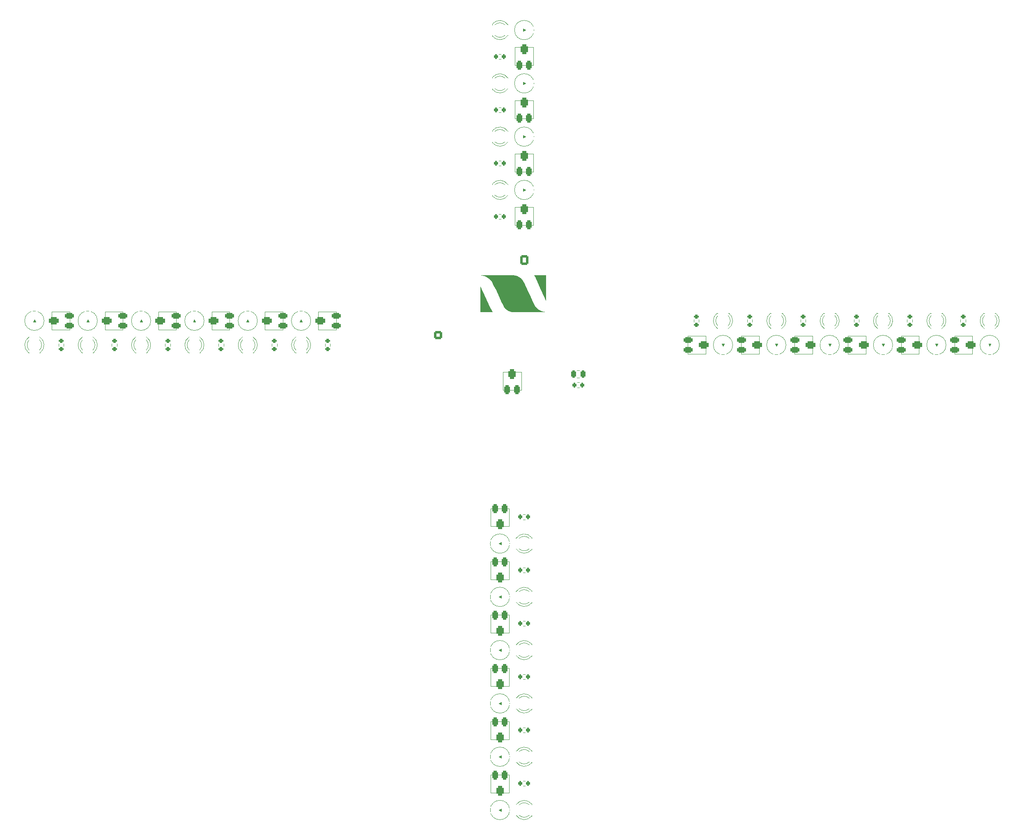
<source format=gbr>
%TF.GenerationSoftware,KiCad,Pcbnew,7.0.6*%
%TF.CreationDate,2023-12-18T00:12:50+09:00*%
%TF.ProjectId,LineSensor_20230418,4c696e65-5365-46e7-936f-725f32303233,rev?*%
%TF.SameCoordinates,Original*%
%TF.FileFunction,Legend,Top*%
%TF.FilePolarity,Positive*%
%FSLAX46Y46*%
G04 Gerber Fmt 4.6, Leading zero omitted, Abs format (unit mm)*
G04 Created by KiCad (PCBNEW 7.0.6) date 2023-12-18 00:12:50*
%MOMM*%
%LPD*%
G01*
G04 APERTURE LIST*
G04 Aperture macros list*
%AMRoundRect*
0 Rectangle with rounded corners*
0 $1 Rounding radius*
0 $2 $3 $4 $5 $6 $7 $8 $9 X,Y pos of 4 corners*
0 Add a 4 corners polygon primitive as box body*
4,1,4,$2,$3,$4,$5,$6,$7,$8,$9,$2,$3,0*
0 Add four circle primitives for the rounded corners*
1,1,$1+$1,$2,$3*
1,1,$1+$1,$4,$5*
1,1,$1+$1,$6,$7*
1,1,$1+$1,$8,$9*
0 Add four rect primitives between the rounded corners*
20,1,$1+$1,$2,$3,$4,$5,0*
20,1,$1+$1,$4,$5,$6,$7,0*
20,1,$1+$1,$6,$7,$8,$9,0*
20,1,$1+$1,$8,$9,$2,$3,0*%
G04 Aperture macros list end*
%ADD10C,0.000000*%
%ADD11C,0.120000*%
%ADD12C,1.400000*%
%ADD13R,1.400000X1.400000*%
%ADD14C,3.200000*%
%ADD15RoundRect,0.300000X-0.300000X-0.600000X0.300000X-0.600000X0.300000X0.600000X-0.300000X0.600000X0*%
%ADD16RoundRect,0.400000X-0.400000X-0.600000X0.400000X-0.600000X0.400000X0.600000X-0.400000X0.600000X0*%
%ADD17RoundRect,0.200000X-0.275000X0.200000X-0.275000X-0.200000X0.275000X-0.200000X0.275000X0.200000X0*%
%ADD18R,1.800000X1.800000*%
%ADD19C,1.800000*%
%ADD20RoundRect,0.300000X0.300000X0.600000X-0.300000X0.600000X-0.300000X-0.600000X0.300000X-0.600000X0*%
%ADD21RoundRect,0.400000X0.400000X0.600000X-0.400000X0.600000X-0.400000X-0.600000X0.400000X-0.600000X0*%
%ADD22RoundRect,0.200000X-0.200000X-0.275000X0.200000X-0.275000X0.200000X0.275000X-0.200000X0.275000X0*%
%ADD23RoundRect,0.300000X-0.600000X0.300000X-0.600000X-0.300000X0.600000X-0.300000X0.600000X0.300000X0*%
%ADD24RoundRect,0.400000X-0.600000X0.400000X-0.600000X-0.400000X0.600000X-0.400000X0.600000X0.400000X0*%
%ADD25RoundRect,0.200000X0.200000X0.275000X-0.200000X0.275000X-0.200000X-0.275000X0.200000X-0.275000X0*%
%ADD26RoundRect,0.200000X0.275000X-0.200000X0.275000X0.200000X-0.275000X0.200000X-0.275000X-0.200000X0*%
%ADD27RoundRect,0.250000X-0.250000X-0.475000X0.250000X-0.475000X0.250000X0.475000X-0.250000X0.475000X0*%
%ADD28RoundRect,0.300000X0.600000X-0.300000X0.600000X0.300000X-0.600000X0.300000X-0.600000X-0.300000X0*%
%ADD29RoundRect,0.400000X0.600000X-0.400000X0.600000X0.400000X-0.600000X0.400000X-0.600000X-0.400000X0*%
%ADD30RoundRect,0.250000X-0.600000X0.600000X-0.600000X-0.600000X0.600000X-0.600000X0.600000X0.600000X0*%
%ADD31C,1.700000*%
%ADD32RoundRect,0.250000X0.600000X0.725000X-0.600000X0.725000X-0.600000X-0.725000X0.600000X-0.725000X0*%
%ADD33O,1.700000X1.950000*%
G04 APERTURE END LIST*
D10*
G36*
X144600000Y-142000000D02*
G01*
X145455134Y-143834444D01*
X145905278Y-144798938D01*
X145988534Y-144977444D01*
X143506389Y-144977444D01*
X143506389Y-142318910D01*
X143508241Y-140420613D01*
X143510259Y-139868009D01*
X143512739Y-139671666D01*
X144600000Y-142000000D01*
G37*
G36*
X157053055Y-140011744D02*
G01*
X157052295Y-141387633D01*
X157050675Y-142190764D01*
X157049356Y-142422050D01*
X157047599Y-142563551D01*
X157045330Y-142633069D01*
X157043979Y-142646397D01*
X157043246Y-142648677D01*
X157042473Y-142648405D01*
X156633251Y-141774222D01*
X155950979Y-140310194D01*
X155121951Y-138532194D01*
X154702850Y-137634021D01*
X154653649Y-137528750D01*
X154613510Y-137442199D01*
X154586467Y-137383296D01*
X154576556Y-137360972D01*
X154940358Y-137358414D01*
X155814806Y-137357444D01*
X157053055Y-137357444D01*
X157053055Y-140011744D01*
G37*
G36*
X148097042Y-137359792D02*
G01*
X149439230Y-137365469D01*
X149893100Y-137370173D01*
X150224469Y-137376306D01*
X150450070Y-137384011D01*
X150586639Y-137393427D01*
X150645428Y-137400940D01*
X150706245Y-137411493D01*
X150768802Y-137424969D01*
X150832812Y-137441251D01*
X150897988Y-137460219D01*
X150964043Y-137481757D01*
X151030688Y-137505746D01*
X151097638Y-137532069D01*
X151164604Y-137560608D01*
X151231300Y-137591245D01*
X151297437Y-137623862D01*
X151362729Y-137658341D01*
X151426888Y-137694565D01*
X151489626Y-137732416D01*
X151550658Y-137771776D01*
X151609695Y-137812527D01*
X151652623Y-137843905D01*
X151695085Y-137876321D01*
X151736978Y-137909673D01*
X151778201Y-137943860D01*
X151818651Y-137978778D01*
X151858225Y-138014326D01*
X151896822Y-138050401D01*
X151934338Y-138086900D01*
X151970673Y-138123722D01*
X152005722Y-138160765D01*
X152039385Y-138197925D01*
X152071558Y-138235100D01*
X152102140Y-138272189D01*
X152131027Y-138309088D01*
X152158119Y-138345696D01*
X152183312Y-138381911D01*
X152234613Y-138462799D01*
X152295803Y-138571286D01*
X152488464Y-138954998D01*
X152842521Y-139700925D01*
X153439200Y-140976944D01*
X153770635Y-141686326D01*
X154039628Y-142258729D01*
X154254382Y-142710829D01*
X154423098Y-143059303D01*
X154553978Y-143320829D01*
X154607793Y-143424197D01*
X154655225Y-143512082D01*
X154697300Y-143586569D01*
X154735041Y-143649742D01*
X154769476Y-143703685D01*
X154801628Y-143750483D01*
X154829089Y-143787898D01*
X154858463Y-143825965D01*
X154889612Y-143864543D01*
X154922399Y-143903489D01*
X154956688Y-143942663D01*
X154992339Y-143981923D01*
X155029216Y-144021127D01*
X155067182Y-144060134D01*
X155106098Y-144098801D01*
X155145828Y-144136988D01*
X155186233Y-144174553D01*
X155227178Y-144211354D01*
X155268523Y-144247250D01*
X155310132Y-144282098D01*
X155351866Y-144315759D01*
X155393590Y-144348089D01*
X155449605Y-144389656D01*
X155506480Y-144429932D01*
X155564151Y-144468883D01*
X155622553Y-144506475D01*
X155681621Y-144542674D01*
X155741289Y-144577445D01*
X155801493Y-144610755D01*
X155862166Y-144642570D01*
X155923245Y-144672855D01*
X155984664Y-144701576D01*
X156046358Y-144728699D01*
X156108262Y-144754191D01*
X156170310Y-144778016D01*
X156232438Y-144800142D01*
X156294580Y-144820533D01*
X156356672Y-144839155D01*
X156410875Y-144854348D01*
X156462208Y-144867962D01*
X156512830Y-144880467D01*
X156564899Y-144892336D01*
X156620573Y-144904040D01*
X156682011Y-144916050D01*
X156830806Y-144942872D01*
X157028362Y-144976738D01*
X153902750Y-144973916D01*
X151817029Y-144971215D01*
X151138975Y-144968769D01*
X150653579Y-144965009D01*
X150471281Y-144962498D01*
X150322931Y-144959495D01*
X150203791Y-144955944D01*
X150109122Y-144951790D01*
X150034184Y-144946979D01*
X149974241Y-144941456D01*
X149924551Y-144935167D01*
X149880378Y-144928055D01*
X149842636Y-144920872D01*
X149803598Y-144912326D01*
X149763426Y-144902478D01*
X149722279Y-144891388D01*
X149637702Y-144865721D01*
X149551148Y-144835804D01*
X149463900Y-144802116D01*
X149377240Y-144765138D01*
X149292448Y-144725349D01*
X149210806Y-144683228D01*
X149148475Y-144648245D01*
X149086741Y-144611129D01*
X149025772Y-144572028D01*
X148965735Y-144531092D01*
X148906798Y-144488469D01*
X148849129Y-144444309D01*
X148792893Y-144398759D01*
X148738260Y-144351969D01*
X148685396Y-144304088D01*
X148634469Y-144255264D01*
X148585646Y-144205646D01*
X148539095Y-144155384D01*
X148494983Y-144104625D01*
X148453477Y-144053519D01*
X148414746Y-144002215D01*
X148378956Y-143950861D01*
X148327572Y-143869550D01*
X148268845Y-143766435D01*
X148195104Y-143625733D01*
X148098674Y-143431660D01*
X147807059Y-142820263D01*
X147332617Y-141805972D01*
X146653079Y-140353674D01*
X146222778Y-139445889D01*
X146132709Y-139262190D01*
X146034042Y-139066388D01*
X145944370Y-138892942D01*
X145908406Y-138825373D01*
X145881289Y-138776316D01*
X145844246Y-138713615D01*
X145808121Y-138655843D01*
X145771913Y-138601642D01*
X145753465Y-138575457D01*
X145734622Y-138549656D01*
X145715257Y-138524071D01*
X145695247Y-138498531D01*
X145652788Y-138446910D01*
X145606245Y-138393437D01*
X145554617Y-138336755D01*
X145484353Y-138263538D01*
X145411505Y-138192644D01*
X145336218Y-138124162D01*
X145258636Y-138058182D01*
X145178905Y-137994794D01*
X145097169Y-137934088D01*
X145013572Y-137876154D01*
X144928260Y-137821082D01*
X144841377Y-137768962D01*
X144753067Y-137719883D01*
X144663476Y-137673936D01*
X144572748Y-137631211D01*
X144481028Y-137591797D01*
X144388460Y-137555784D01*
X144295190Y-137523262D01*
X144201361Y-137494322D01*
X144152892Y-137480725D01*
X144103587Y-137467830D01*
X144052347Y-137455416D01*
X143998073Y-137443257D01*
X143939665Y-137431132D01*
X143876023Y-137418816D01*
X143728639Y-137392722D01*
X143531083Y-137358855D01*
X146064028Y-137358149D01*
X148097042Y-137359792D01*
G37*
D11*
%TO.C,Q17*%
X53500000Y-146747500D02*
G75*
G03*
X53500000Y-146747500I-2000000J0D01*
G01*
X51750000Y-146997500D02*
X51500000Y-146997500D01*
X51250000Y-146997500D01*
X51500000Y-146497500D01*
X51750000Y-146997500D01*
G36*
X51750000Y-146997500D02*
G01*
X51500000Y-146997500D01*
X51250000Y-146997500D01*
X51500000Y-146497500D01*
X51750000Y-146997500D01*
G37*
%TO.C,R3*%
X154400000Y-112310000D02*
X150600000Y-112310000D01*
X150600000Y-112310000D02*
X150600000Y-116010000D01*
X150600000Y-116010000D02*
X154400000Y-116010000D01*
X154400000Y-116010000D02*
X154400000Y-112310000D01*
%TO.C,R31*%
X221522500Y-146510242D02*
X221522500Y-146984758D01*
X220477500Y-146510242D02*
X220477500Y-146984758D01*
%TO.C,D11*%
X154065000Y-248983500D02*
X154065000Y-248827500D01*
X154065000Y-246667500D02*
X154065000Y-246511500D01*
X150832666Y-248826108D02*
G75*
G03*
X154064999Y-248983015I1672334J1078608D01*
G01*
X151463871Y-248827336D02*
G75*
G03*
X153545960Y-248827499I1041129J1079836D01*
G01*
X153545960Y-246667501D02*
G75*
G03*
X151463871Y-246667664I-1040960J-1079999D01*
G01*
X154064999Y-246511985D02*
G75*
G03*
X150832666Y-246668892I-1559999J-1235515D01*
G01*
%TO.C,Q8*%
X217500000Y-151747500D02*
G75*
G03*
X217500000Y-151747500I-2000000J0D01*
G01*
X215500000Y-151997500D02*
X215250000Y-151497500D01*
X215500000Y-151497500D01*
X215750000Y-151497500D01*
X215500000Y-151997500D01*
G36*
X215500000Y-151997500D02*
G01*
X215250000Y-151497500D01*
X215500000Y-151497500D01*
X215750000Y-151497500D01*
X215500000Y-151997500D01*
G37*
%TO.C,D9*%
X205736000Y-145182500D02*
X205580000Y-145182500D01*
X203420000Y-145182500D02*
X203264000Y-145182500D01*
X205578608Y-148414834D02*
G75*
G03*
X205735515Y-145182501I-1078608J1672334D01*
G01*
X205579836Y-147783629D02*
G75*
G03*
X205579999Y-145701540I-1079836J1041129D01*
G01*
X203420001Y-145701540D02*
G75*
G03*
X203420164Y-147783629I1079999J-1040960D01*
G01*
X203264485Y-145182501D02*
G75*
G03*
X203421392Y-148414834I1235515J-1559999D01*
G01*
%TO.C,D3*%
X145935000Y-107511500D02*
X145935000Y-107667500D01*
X145935000Y-109827500D02*
X145935000Y-109983500D01*
X149167334Y-107668892D02*
G75*
G03*
X145935001Y-107511985I-1672334J-1078608D01*
G01*
X148536129Y-107667664D02*
G75*
G03*
X146454040Y-107667501I-1041129J-1079836D01*
G01*
X146454040Y-109827499D02*
G75*
G03*
X148536129Y-109827336I1040960J1079999D01*
G01*
X145935001Y-109983015D02*
G75*
G03*
X149167334Y-109826108I1559999J1235515D01*
G01*
%TO.C,R15*%
X145600000Y-200185000D02*
X149400000Y-200185000D01*
X149400000Y-200185000D02*
X149400000Y-196485000D01*
X149400000Y-196485000D02*
X145600000Y-196485000D01*
X145600000Y-196485000D02*
X145600000Y-200185000D01*
%TO.C,R29*%
X243522500Y-146510242D02*
X243522500Y-146984758D01*
X242477500Y-146510242D02*
X242477500Y-146984758D01*
%TO.C,R25*%
X147262742Y-91725000D02*
X147737258Y-91725000D01*
X147262742Y-92770000D02*
X147737258Y-92770000D01*
%TO.C,Q11*%
X149500000Y-247747500D02*
G75*
G03*
X149500000Y-247747500I-2000000J0D01*
G01*
X147750000Y-247747500D02*
X147750000Y-247997500D01*
X147250000Y-247747500D01*
X147750000Y-247497500D01*
X147750000Y-247747500D01*
G36*
X147750000Y-247747500D02*
G01*
X147750000Y-247997500D01*
X147250000Y-247747500D01*
X147750000Y-247497500D01*
X147750000Y-247747500D01*
G37*
%TO.C,R7*%
X222937500Y-153647500D02*
X219237500Y-153647500D01*
X219237500Y-153647500D02*
X219237500Y-149847500D01*
X219237500Y-149847500D02*
X222937500Y-149847500D01*
X222937500Y-149847500D02*
X222937500Y-153647500D01*
%TO.C,D7*%
X227736000Y-145182500D02*
X227580000Y-145182500D01*
X225420000Y-145182500D02*
X225264000Y-145182500D01*
X227578608Y-148414834D02*
G75*
G03*
X227735515Y-145182501I-1078608J1672334D01*
G01*
X227579836Y-147783629D02*
G75*
G03*
X227579999Y-145701540I-1079836J1041129D01*
G01*
X225420001Y-145701540D02*
G75*
G03*
X225420164Y-147783629I1079999J-1040960D01*
G01*
X225264485Y-145182501D02*
G75*
G03*
X225421392Y-148414834I1235515J-1559999D01*
G01*
%TO.C,R23*%
X151900000Y-157347500D02*
X148100000Y-157347500D01*
X148100000Y-157347500D02*
X148100000Y-161047500D01*
X148100000Y-161047500D02*
X151900000Y-161047500D01*
X151900000Y-161047500D02*
X151900000Y-157347500D01*
%TO.C,D14*%
X154065000Y-215983500D02*
X154065000Y-215827500D01*
X154065000Y-213667500D02*
X154065000Y-213511500D01*
X150832666Y-215826108D02*
G75*
G03*
X154064999Y-215983015I1672334J1078608D01*
G01*
X151463871Y-215827336D02*
G75*
G03*
X153545960Y-215827499I1041129J1079836D01*
G01*
X153545960Y-213667501D02*
G75*
G03*
X151463871Y-213667664I-1040960J-1079999D01*
G01*
X154064999Y-213511985D02*
G75*
G03*
X150832666Y-213668892I-1559999J-1235515D01*
G01*
%TO.C,Q15*%
X149500000Y-203747500D02*
G75*
G03*
X149500000Y-203747500I-2000000J0D01*
G01*
X147750000Y-203747500D02*
X147750000Y-203997500D01*
X147250000Y-203747500D01*
X147750000Y-203497500D01*
X147750000Y-203747500D01*
G36*
X147750000Y-203747500D02*
G01*
X147750000Y-203997500D01*
X147250000Y-203747500D01*
X147750000Y-203497500D01*
X147750000Y-203747500D01*
G37*
%TO.C,Q7*%
X228500000Y-151747500D02*
G75*
G03*
X228500000Y-151747500I-2000000J0D01*
G01*
X226500000Y-151997500D02*
X226250000Y-151497500D01*
X226500000Y-151497500D01*
X226750000Y-151497500D01*
X226500000Y-151997500D01*
G36*
X226500000Y-151997500D02*
G01*
X226250000Y-151497500D01*
X226500000Y-151497500D01*
X226750000Y-151497500D01*
X226500000Y-151997500D01*
G37*
%TO.C,R24*%
X163887258Y-160522500D02*
X163412742Y-160522500D01*
X163887258Y-159477500D02*
X163412742Y-159477500D01*
%TO.C,R27*%
X147262742Y-113725000D02*
X147737258Y-113725000D01*
X147262742Y-114770000D02*
X147737258Y-114770000D01*
%TO.C,R46*%
X111477500Y-151984758D02*
X111477500Y-151510242D01*
X112522500Y-151984758D02*
X112522500Y-151510242D01*
%TO.C,R12*%
X145600000Y-233185000D02*
X149400000Y-233185000D01*
X149400000Y-233185000D02*
X149400000Y-229485000D01*
X149400000Y-229485000D02*
X145600000Y-229485000D01*
X145600000Y-229485000D02*
X145600000Y-233185000D01*
%TO.C,R38*%
X152737258Y-209770000D02*
X152262742Y-209770000D01*
X152737258Y-208725000D02*
X152262742Y-208725000D01*
%TO.C,C1*%
X163388748Y-157012500D02*
X163911252Y-157012500D01*
X163388748Y-158482500D02*
X163911252Y-158482500D01*
%TO.C,D18*%
X61264000Y-153312500D02*
X61420000Y-153312500D01*
X63580000Y-153312500D02*
X63736000Y-153312500D01*
X61421392Y-150080166D02*
G75*
G03*
X61264485Y-153312499I1078608J-1672334D01*
G01*
X61420164Y-150711371D02*
G75*
G03*
X61420001Y-152793460I1079836J-1041129D01*
G01*
X63579999Y-152793460D02*
G75*
G03*
X63579836Y-150711371I-1079999J1040960D01*
G01*
X63735515Y-153312499D02*
G75*
G03*
X63578608Y-150080166I-1235515J1559999D01*
G01*
%TO.C,Q22*%
X108500000Y-146747500D02*
G75*
G03*
X108500000Y-146747500I-2000000J0D01*
G01*
X106750000Y-146997500D02*
X106500000Y-146997500D01*
X106250000Y-146997500D01*
X106500000Y-146497500D01*
X106750000Y-146997500D01*
G36*
X106750000Y-146997500D02*
G01*
X106500000Y-146997500D01*
X106250000Y-146997500D01*
X106500000Y-146497500D01*
X106750000Y-146997500D01*
G37*
%TO.C,Q5*%
X250500000Y-151747500D02*
G75*
G03*
X250500000Y-151747500I-2000000J0D01*
G01*
X248500000Y-151997500D02*
X248250000Y-151497500D01*
X248500000Y-151497500D01*
X248750000Y-151497500D01*
X248500000Y-151997500D01*
G36*
X248500000Y-151997500D02*
G01*
X248250000Y-151497500D01*
X248500000Y-151497500D01*
X248750000Y-151497500D01*
X248500000Y-151997500D01*
G37*
%TO.C,D19*%
X72264000Y-153312500D02*
X72420000Y-153312500D01*
X74580000Y-153312500D02*
X74736000Y-153312500D01*
X72421392Y-150080166D02*
G75*
G03*
X72264485Y-153312499I1078608J-1672334D01*
G01*
X72420164Y-150711371D02*
G75*
G03*
X72420001Y-152793460I1079836J-1041129D01*
G01*
X74579999Y-152793460D02*
G75*
G03*
X74579836Y-150711371I-1079999J1040960D01*
G01*
X74735515Y-153312499D02*
G75*
G03*
X74578608Y-150080166I-1235515J1559999D01*
G01*
%TO.C,D16*%
X154065000Y-193983500D02*
X154065000Y-193827500D01*
X154065000Y-191667500D02*
X154065000Y-191511500D01*
X150832666Y-193826108D02*
G75*
G03*
X154064999Y-193983015I1672334J1078608D01*
G01*
X151463871Y-193827336D02*
G75*
G03*
X153545960Y-193827499I1041129J1079836D01*
G01*
X153545960Y-191667501D02*
G75*
G03*
X151463871Y-191667664I-1040960J-1079999D01*
G01*
X154064999Y-191511985D02*
G75*
G03*
X150832666Y-191668892I-1559999J-1235515D01*
G01*
%TO.C,Q3*%
X154500000Y-108747500D02*
G75*
G03*
X154500000Y-108747500I-2000000J0D01*
G01*
X152750000Y-108747500D02*
X152250000Y-108997500D01*
X152250000Y-108747500D01*
X152250000Y-108497500D01*
X152750000Y-108747500D01*
G36*
X152750000Y-108747500D02*
G01*
X152250000Y-108997500D01*
X152250000Y-108747500D01*
X152250000Y-108497500D01*
X152750000Y-108747500D01*
G37*
%TO.C,R35*%
X152737258Y-242770000D02*
X152262742Y-242770000D01*
X152737258Y-241725000D02*
X152262742Y-241725000D01*
%TO.C,D5*%
X249736000Y-145182500D02*
X249580000Y-145182500D01*
X247420000Y-145182500D02*
X247264000Y-145182500D01*
X249578608Y-148414834D02*
G75*
G03*
X249735515Y-145182501I-1078608J1672334D01*
G01*
X249579836Y-147783629D02*
G75*
G03*
X249579999Y-145701540I-1079836J1041129D01*
G01*
X247420001Y-145701540D02*
G75*
G03*
X247420164Y-147783629I1079999J-1040960D01*
G01*
X247264485Y-145182501D02*
G75*
G03*
X247421392Y-148414834I1235515J-1559999D01*
G01*
%TO.C,R16*%
X145600000Y-189185000D02*
X149400000Y-189185000D01*
X149400000Y-189185000D02*
X149400000Y-185485000D01*
X149400000Y-185485000D02*
X145600000Y-185485000D01*
X145600000Y-185485000D02*
X145600000Y-189185000D01*
%TO.C,R13*%
X145600000Y-222185000D02*
X149400000Y-222185000D01*
X149400000Y-222185000D02*
X149400000Y-218485000D01*
X149400000Y-218485000D02*
X145600000Y-218485000D01*
X145600000Y-218485000D02*
X145600000Y-222185000D01*
%TO.C,R22*%
X110062500Y-144847500D02*
X113762500Y-144847500D01*
X113762500Y-144847500D02*
X113762500Y-148647500D01*
X113762500Y-148647500D02*
X110062500Y-148647500D01*
X110062500Y-148647500D02*
X110062500Y-144847500D01*
%TO.C,R8*%
X211937500Y-153647500D02*
X208237500Y-153647500D01*
X208237500Y-153647500D02*
X208237500Y-149847500D01*
X208237500Y-149847500D02*
X211937500Y-149847500D01*
X211937500Y-149847500D02*
X211937500Y-153647500D01*
%TO.C,D20*%
X83264000Y-153312500D02*
X83420000Y-153312500D01*
X85580000Y-153312500D02*
X85736000Y-153312500D01*
X83421392Y-150080166D02*
G75*
G03*
X83264485Y-153312499I1078608J-1672334D01*
G01*
X83420164Y-150711371D02*
G75*
G03*
X83420001Y-152793460I1079836J-1041129D01*
G01*
X85579999Y-152793460D02*
G75*
G03*
X85579836Y-150711371I-1079999J1040960D01*
G01*
X85735515Y-153312499D02*
G75*
G03*
X85578608Y-150080166I-1235515J1559999D01*
G01*
%TO.C,D6*%
X238736000Y-145182500D02*
X238580000Y-145182500D01*
X236420000Y-145182500D02*
X236264000Y-145182500D01*
X238578608Y-148414834D02*
G75*
G03*
X238735515Y-145182501I-1078608J1672334D01*
G01*
X238579836Y-147783629D02*
G75*
G03*
X238579999Y-145701540I-1079836J1041129D01*
G01*
X236420001Y-145701540D02*
G75*
G03*
X236420164Y-147783629I1079999J-1040960D01*
G01*
X236264485Y-145182501D02*
G75*
G03*
X236421392Y-148414834I1235515J-1559999D01*
G01*
%TO.C,R20*%
X88062500Y-144847500D02*
X91762500Y-144847500D01*
X91762500Y-144847500D02*
X91762500Y-148647500D01*
X91762500Y-148647500D02*
X88062500Y-148647500D01*
X88062500Y-148647500D02*
X88062500Y-144847500D01*
%TO.C,R9*%
X200937500Y-153647500D02*
X197237500Y-153647500D01*
X197237500Y-153647500D02*
X197237500Y-149847500D01*
X197237500Y-149847500D02*
X200937500Y-149847500D01*
X200937500Y-149847500D02*
X200937500Y-153647500D01*
%TO.C,Q14*%
X149500000Y-214747500D02*
G75*
G03*
X149500000Y-214747500I-2000000J0D01*
G01*
X147750000Y-214747500D02*
X147750000Y-214997500D01*
X147250000Y-214747500D01*
X147750000Y-214497500D01*
X147750000Y-214747500D01*
G36*
X147750000Y-214747500D02*
G01*
X147750000Y-214997500D01*
X147250000Y-214747500D01*
X147750000Y-214497500D01*
X147750000Y-214747500D01*
G37*
%TO.C,R11*%
X145600000Y-244185000D02*
X149400000Y-244185000D01*
X149400000Y-244185000D02*
X149400000Y-240485000D01*
X149400000Y-240485000D02*
X145600000Y-240485000D01*
X145600000Y-240485000D02*
X145600000Y-244185000D01*
%TO.C,Q2*%
X154500000Y-97747500D02*
G75*
G03*
X154500000Y-97747500I-2000000J0D01*
G01*
X152750000Y-97747500D02*
X152250000Y-97997500D01*
X152250000Y-97747500D01*
X152250000Y-97497500D01*
X152750000Y-97747500D01*
G36*
X152750000Y-97747500D02*
G01*
X152250000Y-97997500D01*
X152250000Y-97747500D01*
X152250000Y-97497500D01*
X152750000Y-97747500D01*
G37*
%TO.C,R18*%
X66062500Y-144847500D02*
X69762500Y-144847500D01*
X69762500Y-144847500D02*
X69762500Y-148647500D01*
X69762500Y-148647500D02*
X66062500Y-148647500D01*
X66062500Y-148647500D02*
X66062500Y-144847500D01*
%TO.C,R32*%
X210522500Y-146510242D02*
X210522500Y-146984758D01*
X209477500Y-146510242D02*
X209477500Y-146984758D01*
%TO.C,Q21*%
X97500000Y-146747500D02*
G75*
G03*
X97500000Y-146747500I-2000000J0D01*
G01*
X95750000Y-146997500D02*
X95500000Y-146997500D01*
X95250000Y-146997500D01*
X95500000Y-146497500D01*
X95750000Y-146997500D01*
G36*
X95750000Y-146997500D02*
G01*
X95500000Y-146997500D01*
X95250000Y-146997500D01*
X95500000Y-146497500D01*
X95750000Y-146997500D01*
G37*
%TO.C,D2*%
X145935000Y-96511500D02*
X145935000Y-96667500D01*
X145935000Y-98827500D02*
X145935000Y-98983500D01*
X149167334Y-96668892D02*
G75*
G03*
X145935001Y-96511985I-1672334J-1078608D01*
G01*
X148536129Y-96667664D02*
G75*
G03*
X146454040Y-96667501I-1041129J-1079836D01*
G01*
X146454040Y-98827499D02*
G75*
G03*
X148536129Y-98827336I1040960J1079999D01*
G01*
X145935001Y-98983015D02*
G75*
G03*
X149167334Y-98826108I1559999J1235515D01*
G01*
%TO.C,D22*%
X105264000Y-153312500D02*
X105420000Y-153312500D01*
X107580000Y-153312500D02*
X107736000Y-153312500D01*
X105421392Y-150080166D02*
G75*
G03*
X105264485Y-153312499I1078608J-1672334D01*
G01*
X105420164Y-150711371D02*
G75*
G03*
X105420001Y-152793460I1079836J-1041129D01*
G01*
X107579999Y-152793460D02*
G75*
G03*
X107579836Y-150711371I-1079999J1040960D01*
G01*
X107735515Y-153312499D02*
G75*
G03*
X107578608Y-150080166I-1235515J1559999D01*
G01*
%TO.C,R41*%
X56477500Y-151984758D02*
X56477500Y-151510242D01*
X57522500Y-151984758D02*
X57522500Y-151510242D01*
%TO.C,R19*%
X77062500Y-144847500D02*
X80762500Y-144847500D01*
X80762500Y-144847500D02*
X80762500Y-148647500D01*
X80762500Y-148647500D02*
X77062500Y-148647500D01*
X77062500Y-148647500D02*
X77062500Y-144847500D01*
%TO.C,R40*%
X152737258Y-187770000D02*
X152262742Y-187770000D01*
X152737258Y-186725000D02*
X152262742Y-186725000D01*
%TO.C,D4*%
X145935000Y-118511500D02*
X145935000Y-118667500D01*
X145935000Y-120827500D02*
X145935000Y-120983500D01*
X149167334Y-118668892D02*
G75*
G03*
X145935001Y-118511985I-1672334J-1078608D01*
G01*
X148536129Y-118667664D02*
G75*
G03*
X146454040Y-118667501I-1041129J-1079836D01*
G01*
X146454040Y-120827499D02*
G75*
G03*
X148536129Y-120827336I1040960J1079999D01*
G01*
X145935001Y-120983015D02*
G75*
G03*
X149167334Y-120826108I1559999J1235515D01*
G01*
%TO.C,R39*%
X152737258Y-198770000D02*
X152262742Y-198770000D01*
X152737258Y-197725000D02*
X152262742Y-197725000D01*
%TO.C,R43*%
X78477500Y-151984758D02*
X78477500Y-151510242D01*
X79522500Y-151984758D02*
X79522500Y-151510242D01*
%TO.C,R37*%
X152737258Y-220770000D02*
X152262742Y-220770000D01*
X152737258Y-219725000D02*
X152262742Y-219725000D01*
%TO.C,R34*%
X188522500Y-146510242D02*
X188522500Y-146984758D01*
X187477500Y-146510242D02*
X187477500Y-146984758D01*
%TO.C,R1*%
X154400000Y-90310000D02*
X150600000Y-90310000D01*
X150600000Y-90310000D02*
X150600000Y-94010000D01*
X150600000Y-94010000D02*
X154400000Y-94010000D01*
X154400000Y-94010000D02*
X154400000Y-90310000D01*
%TO.C,D13*%
X154065000Y-226983500D02*
X154065000Y-226827500D01*
X154065000Y-224667500D02*
X154065000Y-224511500D01*
X150832666Y-226826108D02*
G75*
G03*
X154064999Y-226983015I1672334J1078608D01*
G01*
X151463871Y-226827336D02*
G75*
G03*
X153545960Y-226827499I1041129J1079836D01*
G01*
X153545960Y-224667501D02*
G75*
G03*
X151463871Y-224667664I-1040960J-1079999D01*
G01*
X154064999Y-224511985D02*
G75*
G03*
X150832666Y-224668892I-1559999J-1235515D01*
G01*
%TO.C,Q9*%
X206500000Y-151747500D02*
G75*
G03*
X206500000Y-151747500I-2000000J0D01*
G01*
X204500000Y-151997500D02*
X204250000Y-151497500D01*
X204500000Y-151497500D01*
X204750000Y-151497500D01*
X204500000Y-151997500D01*
G36*
X204500000Y-151997500D02*
G01*
X204250000Y-151497500D01*
X204500000Y-151497500D01*
X204750000Y-151497500D01*
X204500000Y-151997500D01*
G37*
%TO.C,R17*%
X55062500Y-144847500D02*
X58762500Y-144847500D01*
X58762500Y-144847500D02*
X58762500Y-148647500D01*
X58762500Y-148647500D02*
X55062500Y-148647500D01*
X55062500Y-148647500D02*
X55062500Y-144847500D01*
%TO.C,Q12*%
X149500000Y-236747500D02*
G75*
G03*
X149500000Y-236747500I-2000000J0D01*
G01*
X147750000Y-236747500D02*
X147750000Y-236997500D01*
X147250000Y-236747500D01*
X147750000Y-236497500D01*
X147750000Y-236747500D01*
G36*
X147750000Y-236747500D02*
G01*
X147750000Y-236997500D01*
X147250000Y-236747500D01*
X147750000Y-236497500D01*
X147750000Y-236747500D01*
G37*
%TO.C,R5*%
X244937500Y-153647500D02*
X241237500Y-153647500D01*
X241237500Y-153647500D02*
X241237500Y-149847500D01*
X241237500Y-149847500D02*
X244937500Y-149847500D01*
X244937500Y-149847500D02*
X244937500Y-153647500D01*
%TO.C,Q20*%
X86500000Y-146747500D02*
G75*
G03*
X86500000Y-146747500I-2000000J0D01*
G01*
X84750000Y-146997500D02*
X84500000Y-146997500D01*
X84250000Y-146997500D01*
X84500000Y-146497500D01*
X84750000Y-146997500D01*
G36*
X84750000Y-146997500D02*
G01*
X84500000Y-146997500D01*
X84250000Y-146997500D01*
X84500000Y-146497500D01*
X84750000Y-146997500D01*
G37*
%TO.C,R36*%
X152737258Y-231770000D02*
X152262742Y-231770000D01*
X152737258Y-230725000D02*
X152262742Y-230725000D01*
%TO.C,Q19*%
X75500000Y-146747500D02*
G75*
G03*
X75500000Y-146747500I-2000000J0D01*
G01*
X73750000Y-146997500D02*
X73500000Y-146997500D01*
X73250000Y-146997500D01*
X73500000Y-146497500D01*
X73750000Y-146997500D01*
G36*
X73750000Y-146997500D02*
G01*
X73500000Y-146997500D01*
X73250000Y-146997500D01*
X73500000Y-146497500D01*
X73750000Y-146997500D01*
G37*
%TO.C,Q4*%
X154500000Y-119747500D02*
G75*
G03*
X154500000Y-119747500I-2000000J0D01*
G01*
X152750000Y-119747500D02*
X152250000Y-119997500D01*
X152250000Y-119747500D01*
X152250000Y-119497500D01*
X152750000Y-119747500D01*
G36*
X152750000Y-119747500D02*
G01*
X152250000Y-119997500D01*
X152250000Y-119747500D01*
X152250000Y-119497500D01*
X152750000Y-119747500D01*
G37*
%TO.C,R10*%
X189937500Y-153647500D02*
X186237500Y-153647500D01*
X186237500Y-153647500D02*
X186237500Y-149847500D01*
X186237500Y-149847500D02*
X189937500Y-149847500D01*
X189937500Y-149847500D02*
X189937500Y-153647500D01*
%TO.C,R45*%
X100477500Y-151984758D02*
X100477500Y-151510242D01*
X101522500Y-151984758D02*
X101522500Y-151510242D01*
%TO.C,R30*%
X232522500Y-146510242D02*
X232522500Y-146984758D01*
X231477500Y-146510242D02*
X231477500Y-146984758D01*
%TO.C,R42*%
X67477500Y-151984758D02*
X67477500Y-151510242D01*
X68522500Y-151984758D02*
X68522500Y-151510242D01*
%TO.C,R2*%
X154400000Y-101310000D02*
X150600000Y-101310000D01*
X150600000Y-101310000D02*
X150600000Y-105010000D01*
X150600000Y-105010000D02*
X154400000Y-105010000D01*
X154400000Y-105010000D02*
X154400000Y-101310000D01*
%TO.C,R28*%
X147262742Y-124725000D02*
X147737258Y-124725000D01*
X147262742Y-125770000D02*
X147737258Y-125770000D01*
%TO.C,Q10*%
X195500000Y-151747500D02*
G75*
G03*
X195500000Y-151747500I-2000000J0D01*
G01*
X193500000Y-151997500D02*
X193250000Y-151497500D01*
X193500000Y-151497500D01*
X193750000Y-151497500D01*
X193500000Y-151997500D01*
G36*
X193500000Y-151997500D02*
G01*
X193250000Y-151497500D01*
X193500000Y-151497500D01*
X193750000Y-151497500D01*
X193500000Y-151997500D01*
G37*
%TO.C,D10*%
X194736000Y-145182500D02*
X194580000Y-145182500D01*
X192420000Y-145182500D02*
X192264000Y-145182500D01*
X194578608Y-148414834D02*
G75*
G03*
X194735515Y-145182501I-1078608J1672334D01*
G01*
X194579836Y-147783629D02*
G75*
G03*
X194579999Y-145701540I-1079836J1041129D01*
G01*
X192420001Y-145701540D02*
G75*
G03*
X192420164Y-147783629I1079999J-1040960D01*
G01*
X192264485Y-145182501D02*
G75*
G03*
X192421392Y-148414834I1235515J-1559999D01*
G01*
%TO.C,D12*%
X154065000Y-237983500D02*
X154065000Y-237827500D01*
X154065000Y-235667500D02*
X154065000Y-235511500D01*
X150832666Y-237826108D02*
G75*
G03*
X154064999Y-237983015I1672334J1078608D01*
G01*
X151463871Y-237827336D02*
G75*
G03*
X153545960Y-237827499I1041129J1079836D01*
G01*
X153545960Y-235667501D02*
G75*
G03*
X151463871Y-235667664I-1040960J-1079999D01*
G01*
X154064999Y-235511985D02*
G75*
G03*
X150832666Y-235668892I-1559999J-1235515D01*
G01*
%TO.C,R21*%
X99062500Y-144847500D02*
X102762500Y-144847500D01*
X102762500Y-144847500D02*
X102762500Y-148647500D01*
X102762500Y-148647500D02*
X99062500Y-148647500D01*
X99062500Y-148647500D02*
X99062500Y-144847500D01*
%TO.C,D21*%
X94264000Y-153312500D02*
X94420000Y-153312500D01*
X96580000Y-153312500D02*
X96736000Y-153312500D01*
X94421392Y-150080166D02*
G75*
G03*
X94264485Y-153312499I1078608J-1672334D01*
G01*
X94420164Y-150711371D02*
G75*
G03*
X94420001Y-152793460I1079836J-1041129D01*
G01*
X96579999Y-152793460D02*
G75*
G03*
X96579836Y-150711371I-1079999J1040960D01*
G01*
X96735515Y-153312499D02*
G75*
G03*
X96578608Y-150080166I-1235515J1559999D01*
G01*
%TO.C,R44*%
X89477500Y-151984758D02*
X89477500Y-151510242D01*
X90522500Y-151984758D02*
X90522500Y-151510242D01*
%TO.C,R14*%
X145600000Y-211185000D02*
X149400000Y-211185000D01*
X149400000Y-211185000D02*
X149400000Y-207485000D01*
X149400000Y-207485000D02*
X145600000Y-207485000D01*
X145600000Y-207485000D02*
X145600000Y-211185000D01*
%TO.C,D17*%
X50264000Y-153312500D02*
X50420000Y-153312500D01*
X52580000Y-153312500D02*
X52736000Y-153312500D01*
X50421392Y-150080166D02*
G75*
G03*
X50264485Y-153312499I1078608J-1672334D01*
G01*
X50420164Y-150711371D02*
G75*
G03*
X50420001Y-152793460I1079836J-1041129D01*
G01*
X52579999Y-152793460D02*
G75*
G03*
X52579836Y-150711371I-1079999J1040960D01*
G01*
X52735515Y-153312499D02*
G75*
G03*
X52578608Y-150080166I-1235515J1559999D01*
G01*
%TO.C,Q1*%
X154500000Y-86747500D02*
G75*
G03*
X154500000Y-86747500I-2000000J0D01*
G01*
X152750000Y-86747500D02*
X152250000Y-86997500D01*
X152250000Y-86747500D01*
X152250000Y-86497500D01*
X152750000Y-86747500D01*
G36*
X152750000Y-86747500D02*
G01*
X152250000Y-86997500D01*
X152250000Y-86747500D01*
X152250000Y-86497500D01*
X152750000Y-86747500D01*
G37*
%TO.C,D15*%
X154065000Y-204983500D02*
X154065000Y-204827500D01*
X154065000Y-202667500D02*
X154065000Y-202511500D01*
X150832666Y-204826108D02*
G75*
G03*
X154064999Y-204983015I1672334J1078608D01*
G01*
X151463871Y-204827336D02*
G75*
G03*
X153545960Y-204827499I1041129J1079836D01*
G01*
X153545960Y-202667501D02*
G75*
G03*
X151463871Y-202667664I-1040960J-1079999D01*
G01*
X154064999Y-202511985D02*
G75*
G03*
X150832666Y-202668892I-1559999J-1235515D01*
G01*
%TO.C,Q13*%
X149500000Y-225747500D02*
G75*
G03*
X149500000Y-225747500I-2000000J0D01*
G01*
X147750000Y-225747500D02*
X147750000Y-225997500D01*
X147250000Y-225747500D01*
X147750000Y-225497500D01*
X147750000Y-225747500D01*
G36*
X147750000Y-225747500D02*
G01*
X147750000Y-225997500D01*
X147250000Y-225747500D01*
X147750000Y-225497500D01*
X147750000Y-225747500D01*
G37*
%TO.C,Q18*%
X64500000Y-146747500D02*
G75*
G03*
X64500000Y-146747500I-2000000J0D01*
G01*
X62750000Y-146997500D02*
X62500000Y-146997500D01*
X62250000Y-146997500D01*
X62500000Y-146497500D01*
X62750000Y-146997500D01*
G36*
X62750000Y-146997500D02*
G01*
X62500000Y-146997500D01*
X62250000Y-146997500D01*
X62500000Y-146497500D01*
X62750000Y-146997500D01*
G37*
%TO.C,R33*%
X199522500Y-146510242D02*
X199522500Y-146984758D01*
X198477500Y-146510242D02*
X198477500Y-146984758D01*
%TO.C,D8*%
X216736000Y-145182500D02*
X216580000Y-145182500D01*
X214420000Y-145182500D02*
X214264000Y-145182500D01*
X216578608Y-148414834D02*
G75*
G03*
X216735515Y-145182501I-1078608J1672334D01*
G01*
X216579836Y-147783629D02*
G75*
G03*
X216579999Y-145701540I-1079836J1041129D01*
G01*
X214420001Y-145701540D02*
G75*
G03*
X214420164Y-147783629I1079999J-1040960D01*
G01*
X214264485Y-145182501D02*
G75*
G03*
X214421392Y-148414834I1235515J-1559999D01*
G01*
%TO.C,R4*%
X154400000Y-123310000D02*
X150600000Y-123310000D01*
X150600000Y-123310000D02*
X150600000Y-127010000D01*
X150600000Y-127010000D02*
X154400000Y-127010000D01*
X154400000Y-127010000D02*
X154400000Y-123310000D01*
%TO.C,R26*%
X147262742Y-102725000D02*
X147737258Y-102725000D01*
X147262742Y-103770000D02*
X147737258Y-103770000D01*
%TO.C,Q16*%
X149500000Y-192747500D02*
G75*
G03*
X149500000Y-192747500I-2000000J0D01*
G01*
X147750000Y-192747500D02*
X147750000Y-192997500D01*
X147250000Y-192747500D01*
X147750000Y-192497500D01*
X147750000Y-192747500D01*
G36*
X147750000Y-192747500D02*
G01*
X147750000Y-192997500D01*
X147250000Y-192747500D01*
X147750000Y-192497500D01*
X147750000Y-192747500D01*
G37*
%TO.C,R6*%
X233937500Y-153647500D02*
X230237500Y-153647500D01*
X230237500Y-153647500D02*
X230237500Y-149847500D01*
X230237500Y-149847500D02*
X233937500Y-149847500D01*
X233937500Y-149847500D02*
X233937500Y-153647500D01*
%TO.C,Q6*%
X239500000Y-151747500D02*
G75*
G03*
X239500000Y-151747500I-2000000J0D01*
G01*
X237500000Y-151997500D02*
X237250000Y-151497500D01*
X237500000Y-151497500D01*
X237750000Y-151497500D01*
X237500000Y-151997500D01*
G36*
X237500000Y-151997500D02*
G01*
X237250000Y-151497500D01*
X237500000Y-151497500D01*
X237750000Y-151497500D01*
X237500000Y-151997500D01*
G37*
%TO.C,D1*%
X145935000Y-85511500D02*
X145935000Y-85667500D01*
X145935000Y-87827500D02*
X145935000Y-87983500D01*
X149167334Y-85668892D02*
G75*
G03*
X145935001Y-85511985I-1672334J-1078608D01*
G01*
X148536129Y-85667664D02*
G75*
G03*
X146454040Y-85667501I-1041129J-1079836D01*
G01*
X146454040Y-87827499D02*
G75*
G03*
X148536129Y-87827336I1040960J1079999D01*
G01*
X145935001Y-87983015D02*
G75*
G03*
X149167334Y-87826108I1559999J1235515D01*
G01*
%TD*%
%LPC*%
D12*
%TO.C,Q17*%
X51500000Y-148017500D03*
D13*
X51500000Y-145477500D03*
%TD*%
D14*
%TO.C,REF\u002A\u002A*%
X229036605Y-159847500D03*
%TD*%
D15*
%TO.C,R3*%
X151500000Y-115960000D03*
D16*
X152500000Y-112710000D03*
D15*
X153500000Y-115960000D03*
%TD*%
D17*
%TO.C,R31*%
X221000000Y-145922500D03*
X221000000Y-147572500D03*
%TD*%
D18*
%TO.C,D11*%
X153775000Y-247747500D03*
D19*
X151235000Y-247747500D03*
%TD*%
D12*
%TO.C,Q8*%
X215500000Y-150477500D03*
D13*
X215500000Y-153017500D03*
%TD*%
D18*
%TO.C,D9*%
X204500000Y-145472500D03*
D19*
X204500000Y-148012500D03*
%TD*%
D14*
%TO.C,REF\u002A\u002A*%
X229036605Y-138647500D03*
%TD*%
D18*
%TO.C,D3*%
X146225000Y-108747500D03*
D19*
X148765000Y-108747500D03*
%TD*%
D20*
%TO.C,R15*%
X148500000Y-196535000D03*
D21*
X147500000Y-199785000D03*
D20*
X146500000Y-196535000D03*
%TD*%
D17*
%TO.C,R29*%
X243000000Y-145922500D03*
X243000000Y-147572500D03*
%TD*%
D22*
%TO.C,R25*%
X146675000Y-92247500D03*
X148325000Y-92247500D03*
%TD*%
D12*
%TO.C,Q11*%
X148770000Y-247747500D03*
D13*
X146230000Y-247747500D03*
%TD*%
D23*
%TO.C,R7*%
X219287500Y-150747500D03*
D24*
X222537500Y-151747500D03*
D23*
X219287500Y-152747500D03*
%TD*%
D18*
%TO.C,D7*%
X226500000Y-145472500D03*
D19*
X226500000Y-148012500D03*
%TD*%
D15*
%TO.C,R23*%
X149000000Y-160997500D03*
D16*
X150000000Y-157747500D03*
D15*
X151000000Y-160997500D03*
%TD*%
D18*
%TO.C,D14*%
X153775000Y-214747500D03*
D19*
X151235000Y-214747500D03*
%TD*%
D12*
%TO.C,Q15*%
X148770000Y-203747500D03*
D13*
X146230000Y-203747500D03*
%TD*%
D12*
%TO.C,Q7*%
X226500000Y-150477500D03*
D13*
X226500000Y-153017500D03*
%TD*%
D14*
%TO.C,REF\u002A\u002A*%
X139400000Y-94747500D03*
%TD*%
D25*
%TO.C,R24*%
X164475000Y-160000000D03*
X162825000Y-160000000D03*
%TD*%
D22*
%TO.C,R27*%
X146675000Y-114247500D03*
X148325000Y-114247500D03*
%TD*%
D26*
%TO.C,R46*%
X112000000Y-152572500D03*
X112000000Y-150922500D03*
%TD*%
D20*
%TO.C,R12*%
X148500000Y-229535000D03*
D21*
X147500000Y-232785000D03*
D20*
X146500000Y-229535000D03*
%TD*%
D25*
%TO.C,R38*%
X153325000Y-209247500D03*
X151675000Y-209247500D03*
%TD*%
D27*
%TO.C,C1*%
X162700000Y-157747500D03*
X164600000Y-157747500D03*
%TD*%
D18*
%TO.C,D18*%
X62500000Y-153022500D03*
D19*
X62500000Y-150482500D03*
%TD*%
D12*
%TO.C,Q22*%
X106500000Y-148017500D03*
D13*
X106500000Y-145477500D03*
%TD*%
D12*
%TO.C,Q5*%
X248500000Y-150477500D03*
D13*
X248500000Y-153017500D03*
%TD*%
D18*
%TO.C,D19*%
X73500000Y-153022500D03*
D19*
X73500000Y-150482500D03*
%TD*%
D18*
%TO.C,D16*%
X153775000Y-192747500D03*
D19*
X151235000Y-192747500D03*
%TD*%
D12*
%TO.C,Q3*%
X151230000Y-108747500D03*
D13*
X153770000Y-108747500D03*
%TD*%
D25*
%TO.C,R35*%
X153325000Y-242247500D03*
X151675000Y-242247500D03*
%TD*%
D18*
%TO.C,D5*%
X248500000Y-145472500D03*
D19*
X248500000Y-148012500D03*
%TD*%
D20*
%TO.C,R16*%
X148500000Y-185535000D03*
D21*
X147500000Y-188785000D03*
D20*
X146500000Y-185535000D03*
%TD*%
%TO.C,R13*%
X148500000Y-218535000D03*
D21*
X147500000Y-221785000D03*
D20*
X146500000Y-218535000D03*
%TD*%
D28*
%TO.C,R22*%
X113712500Y-147747500D03*
D29*
X110462500Y-146747500D03*
D28*
X113712500Y-145747500D03*
%TD*%
D23*
%TO.C,R8*%
X208287500Y-150747500D03*
D24*
X211537500Y-151747500D03*
D23*
X208287500Y-152747500D03*
%TD*%
D18*
%TO.C,D20*%
X84500000Y-153022500D03*
D19*
X84500000Y-150482500D03*
%TD*%
D18*
%TO.C,D6*%
X237500000Y-145472500D03*
D19*
X237500000Y-148012500D03*
%TD*%
D28*
%TO.C,R20*%
X91712500Y-147747500D03*
D29*
X88462500Y-146747500D03*
D28*
X91712500Y-145747500D03*
%TD*%
D23*
%TO.C,R9*%
X197287500Y-150747500D03*
D24*
X200537500Y-151747500D03*
D23*
X197287500Y-152747500D03*
%TD*%
D14*
%TO.C,REF\u002A\u002A*%
X70963395Y-138647500D03*
%TD*%
D12*
%TO.C,Q14*%
X148770000Y-214747500D03*
D13*
X146230000Y-214747500D03*
%TD*%
D20*
%TO.C,R11*%
X148500000Y-240535000D03*
D21*
X147500000Y-243785000D03*
D20*
X146500000Y-240535000D03*
%TD*%
D12*
%TO.C,Q2*%
X151230000Y-97747500D03*
D13*
X153770000Y-97747500D03*
%TD*%
D28*
%TO.C,R18*%
X69712500Y-147747500D03*
D29*
X66462500Y-146747500D03*
D28*
X69712500Y-145747500D03*
%TD*%
D14*
%TO.C,REF\u002A\u002A*%
X139400000Y-221072380D03*
%TD*%
D17*
%TO.C,R32*%
X210000000Y-145922500D03*
X210000000Y-147572500D03*
%TD*%
D14*
%TO.C,REF\u002A\u002A*%
X160600000Y-94722142D03*
%TD*%
D12*
%TO.C,Q21*%
X95500000Y-148017500D03*
D13*
X95500000Y-145477500D03*
%TD*%
D18*
%TO.C,D2*%
X146225000Y-97747500D03*
D19*
X148765000Y-97747500D03*
%TD*%
D18*
%TO.C,D22*%
X106500000Y-153022500D03*
D19*
X106500000Y-150482500D03*
%TD*%
D26*
%TO.C,R41*%
X57000000Y-152572500D03*
X57000000Y-150922500D03*
%TD*%
D28*
%TO.C,R19*%
X80712500Y-147747500D03*
D29*
X77462500Y-146747500D03*
D28*
X80712500Y-145747500D03*
%TD*%
D25*
%TO.C,R40*%
X153325000Y-187247500D03*
X151675000Y-187247500D03*
%TD*%
D18*
%TO.C,D4*%
X146225000Y-119747500D03*
D19*
X148765000Y-119747500D03*
%TD*%
D25*
%TO.C,R39*%
X153325000Y-198247500D03*
X151675000Y-198247500D03*
%TD*%
D26*
%TO.C,R43*%
X79000000Y-152572500D03*
X79000000Y-150922500D03*
%TD*%
D25*
%TO.C,R37*%
X153325000Y-220247500D03*
X151675000Y-220247500D03*
%TD*%
D17*
%TO.C,R34*%
X188000000Y-145922500D03*
X188000000Y-147572500D03*
%TD*%
D15*
%TO.C,R1*%
X151500000Y-93960000D03*
D16*
X152500000Y-90710000D03*
D15*
X153500000Y-93960000D03*
%TD*%
D18*
%TO.C,D13*%
X153775000Y-225747500D03*
D19*
X151235000Y-225747500D03*
%TD*%
D12*
%TO.C,Q9*%
X204500000Y-150477500D03*
D13*
X204500000Y-153017500D03*
%TD*%
D28*
%TO.C,R17*%
X58712500Y-147747500D03*
D29*
X55462500Y-146747500D03*
D28*
X58712500Y-145747500D03*
%TD*%
D12*
%TO.C,Q12*%
X148770000Y-236747500D03*
D13*
X146230000Y-236747500D03*
%TD*%
D23*
%TO.C,R5*%
X241287500Y-150747500D03*
D24*
X244537500Y-151747500D03*
D23*
X241287500Y-152747500D03*
%TD*%
D12*
%TO.C,Q20*%
X84500000Y-148017500D03*
D13*
X84500000Y-145477500D03*
%TD*%
D14*
%TO.C,REF\u002A\u002A*%
X70963395Y-159847500D03*
%TD*%
D25*
%TO.C,R36*%
X153325000Y-231247500D03*
X151675000Y-231247500D03*
%TD*%
D12*
%TO.C,Q19*%
X73500000Y-148017500D03*
D13*
X73500000Y-145477500D03*
%TD*%
D12*
%TO.C,Q4*%
X151230000Y-119747500D03*
D13*
X153770000Y-119747500D03*
%TD*%
D23*
%TO.C,R10*%
X186287500Y-150747500D03*
D24*
X189537500Y-151747500D03*
D23*
X186287500Y-152747500D03*
%TD*%
D26*
%TO.C,R45*%
X101000000Y-152572500D03*
X101000000Y-150922500D03*
%TD*%
D17*
%TO.C,R30*%
X232000000Y-145922500D03*
X232000000Y-147572500D03*
%TD*%
D26*
%TO.C,R42*%
X68000000Y-152572500D03*
X68000000Y-150922500D03*
%TD*%
D15*
%TO.C,R2*%
X151500000Y-104960000D03*
D16*
X152500000Y-101710000D03*
D15*
X153500000Y-104960000D03*
%TD*%
D14*
%TO.C,REF\u002A\u002A*%
X160600000Y-221072440D03*
%TD*%
D22*
%TO.C,R28*%
X146675000Y-125247500D03*
X148325000Y-125247500D03*
%TD*%
D12*
%TO.C,Q10*%
X193500000Y-150477500D03*
D13*
X193500000Y-153017500D03*
%TD*%
D18*
%TO.C,D10*%
X193500000Y-145472500D03*
D19*
X193500000Y-148012500D03*
%TD*%
D18*
%TO.C,D12*%
X153775000Y-236747500D03*
D19*
X151235000Y-236747500D03*
%TD*%
D28*
%TO.C,R21*%
X102712500Y-147747500D03*
D29*
X99462500Y-146747500D03*
D28*
X102712500Y-145747500D03*
%TD*%
D18*
%TO.C,D21*%
X95500000Y-153022500D03*
D19*
X95500000Y-150482500D03*
%TD*%
D26*
%TO.C,R44*%
X90000000Y-152572500D03*
X90000000Y-150922500D03*
%TD*%
D20*
%TO.C,R14*%
X148500000Y-207535000D03*
D21*
X147500000Y-210785000D03*
D20*
X146500000Y-207535000D03*
%TD*%
D18*
%TO.C,D17*%
X51500000Y-153022500D03*
D19*
X51500000Y-150482500D03*
%TD*%
D12*
%TO.C,Q1*%
X151230000Y-86747500D03*
D13*
X153770000Y-86747500D03*
%TD*%
D18*
%TO.C,D15*%
X153775000Y-203747500D03*
D19*
X151235000Y-203747500D03*
%TD*%
D12*
%TO.C,Q13*%
X148770000Y-225747500D03*
D13*
X146230000Y-225747500D03*
%TD*%
D12*
%TO.C,Q18*%
X62500000Y-148017500D03*
D13*
X62500000Y-145477500D03*
%TD*%
D17*
%TO.C,R33*%
X199000000Y-145922500D03*
X199000000Y-147572500D03*
%TD*%
D18*
%TO.C,D8*%
X215500000Y-145472500D03*
D19*
X215500000Y-148012500D03*
%TD*%
D15*
%TO.C,R4*%
X151500000Y-126960000D03*
D16*
X152500000Y-123710000D03*
D15*
X153500000Y-126960000D03*
%TD*%
D22*
%TO.C,R26*%
X146675000Y-103247500D03*
X148325000Y-103247500D03*
%TD*%
D12*
%TO.C,Q16*%
X148770000Y-192747500D03*
D13*
X146230000Y-192747500D03*
%TD*%
D23*
%TO.C,R6*%
X230287500Y-150747500D03*
D24*
X233537500Y-151747500D03*
D23*
X230287500Y-152747500D03*
%TD*%
D12*
%TO.C,Q6*%
X237500000Y-150477500D03*
D13*
X237500000Y-153017500D03*
%TD*%
D18*
%TO.C,D1*%
X146225000Y-86747500D03*
D19*
X148765000Y-86747500D03*
%TD*%
D30*
%TO.C,J1*%
X134760000Y-149747500D03*
D31*
X134760000Y-152287500D03*
X137300000Y-149747500D03*
X137300000Y-152287500D03*
X139840000Y-149747500D03*
X139840000Y-152287500D03*
X142380000Y-149747500D03*
X142380000Y-152287500D03*
X144920000Y-149747500D03*
X144920000Y-152287500D03*
X147460000Y-149747500D03*
X147460000Y-152287500D03*
X150000000Y-149747500D03*
X150000000Y-152287500D03*
X152540000Y-149747500D03*
X152540000Y-152287500D03*
X155080000Y-149747500D03*
X155080000Y-152287500D03*
X157620000Y-149747500D03*
X157620000Y-152287500D03*
X160160000Y-149747500D03*
X160160000Y-152287500D03*
X162700000Y-149747500D03*
X162700000Y-152287500D03*
X165240000Y-149747500D03*
X165240000Y-152287500D03*
%TD*%
D32*
%TO.C,J2*%
X152500000Y-134247500D03*
D33*
X150000000Y-134247500D03*
X147500000Y-134247500D03*
%TD*%
%LPD*%
M02*

</source>
